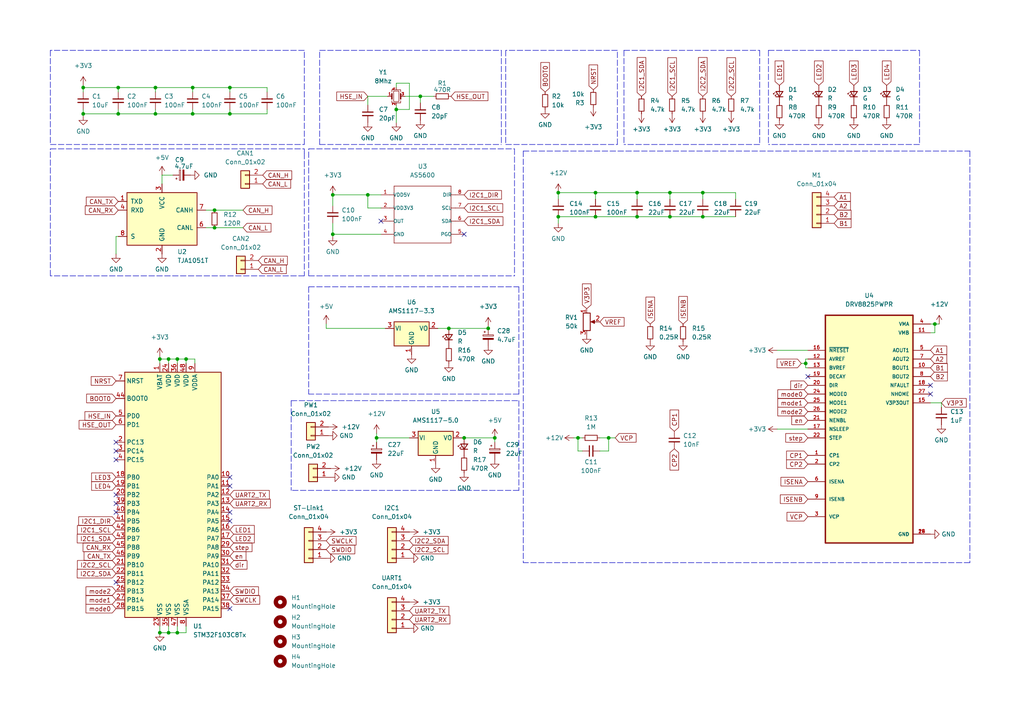
<source format=kicad_sch>
(kicad_sch (version 20211123) (generator eeschema)
  (paper "A4")
  (title_block (title "Closed-Loop Stepper Driver") (date "01/05/2022") (rev "0.2") (company "AI_Farm"))
  (junction (at 121.92 27.94))
  (junction (at 45.085 33.02))
  (junction (at 51.435 104.14))
  (junction (at 34.29 33.02))
  (junction (at 24.13 25.4))
  (junction (at 184.785 55.88))
  (junction (at 53.975 104.14))
  (junction (at 176.53 127))
  (junction (at 24.13 33.02))
  (junction (at 233.68 105.41))
  (junction (at 161.925 62.865))
  (junction (at 96.52 56.515))
  (junction (at 96.52 67.945))
  (junction (at 167.64 127))
  (junction (at 34.29 25.4))
  (junction (at 66.675 33.02))
  (junction (at 55.88 33.02))
  (junction (at 194.31 62.865))
  (junction (at 141.605 95.25))
  (junction (at 143.51 127))
  (junction (at 55.88 25.4))
  (junction (at 106.68 56.515))
  (junction (at 184.785 62.865))
  (junction (at 114.935 31.75))
  (junction (at 46.355 183.515))
  (junction (at 45.085 25.4))
  (junction (at 62.23 66.04))
  (junction (at 46.355 104.14))
  (junction (at 66.675 25.4))
  (junction (at 203.835 55.88))
  (junction (at 194.31 55.88))
  (junction (at 172.72 62.865))
  (junction (at 271.145 93.98))
  (junction (at 109.22 127))
  (junction (at 48.895 104.14))
  (junction (at 130.175 95.25))
  (junction (at 134.62 127))
  (junction (at 203.835 62.865))
  (junction (at 172.72 55.88))
  (junction (at 48.895 183.515))
  (junction (at 62.23 60.96))
  (junction (at 51.435 183.515))
  (junction (at 161.925 55.88))
  (no_connect (at 234.315 109.22))
  (no_connect (at 269.875 111.76))
  (no_connect (at 269.875 114.3))
  (no_connect (at 66.675 138.43))
  (no_connect (at 66.675 140.97))
  (no_connect (at 66.675 148.59))
  (no_connect (at 66.675 151.13))
  (no_connect (at 66.675 176.53))
  (no_connect (at 33.655 128.27))
  (no_connect (at 33.655 133.35))
  (no_connect (at 33.655 130.81))
  (no_connect (at 33.655 148.59))
  (no_connect (at 33.655 146.05))
  (no_connect (at 33.655 143.51))
  (no_connect (at 33.655 168.91))
  (no_connect (at 110.49 64.135))
  (no_connect (at 134.62 67.945))
  (polyline (pts (xy 92.71 41.91) (xy 92.71 14.605)))
  (polyline (pts (xy 149.225 43.18) (xy 149.225 80.01)))
  (wire (pts (xy 269.875 116.84) (xy 273.05 116.84)))
  (wire (pts (xy 176.53 130.81) (xy 176.53 127)))
  (wire (pts (xy 62.23 66.04) (xy 70.485 66.04)))
  (wire (pts (xy 110.49 60.325) (xy 106.68 60.325)))
  (wire (pts (xy 110.49 56.515) (xy 106.68 56.515)))
  (wire (pts (xy 66.675 33.02) (xy 77.47 33.02)))
  (wire (pts (xy 53.975 183.515) (xy 51.435 183.515)))
  (wire (pts (xy 114.935 25.4) (xy 114.935 24.13)))
  (wire (pts (xy 114.935 24.13) (xy 118.745 24.13)))
  (wire (pts (xy 161.925 62.865) (xy 172.72 62.865)))
  (polyline (pts (xy 281.305 43.815) (xy 281.305 163.195)))
  (polyline (pts (xy 88.265 80.01) (xy 14.605 80.01)))
  (wire (pts (xy 166.37 127) (xy 167.64 127)))
  (polyline (pts (xy 220.345 41.91) (xy 180.975 41.91)))
  (polyline (pts (xy 88.265 41.91) (xy 88.265 14.605)))
  (wire (pts (xy 33.655 68.58) (xy 33.655 73.66)))
  (wire (pts (xy 184.785 55.88) (xy 184.785 57.785)))
  (wire (pts (xy 45.085 31.75) (xy 45.085 33.02)))
  (wire (pts (xy 94.615 95.25) (xy 111.76 95.25)))
  (polyline (pts (xy 89.535 80.01) (xy 89.535 43.18)))
  (wire (pts (xy 59.69 60.96) (xy 62.23 60.96)))
  (wire (pts (xy 173.99 127) (xy 176.53 127)))
  (wire (pts (xy 96.52 64.77) (xy 96.52 67.945)))
  (wire (pts (xy 55.88 31.75) (xy 55.88 33.02)))
  (wire (pts (xy 55.88 25.4) (xy 66.675 25.4)))
  (wire (pts (xy 56.515 105.41) (xy 56.515 104.14)))
  (wire (pts (xy 114.935 30.48) (xy 114.935 31.75)))
  (wire (pts (xy 48.895 104.14) (xy 51.435 104.14)))
  (polyline (pts (xy 89.535 83.185) (xy 89.535 114.3)))
  (wire (pts (xy 46.355 181.61) (xy 46.355 183.515)))
  (wire (pts (xy 225.425 101.6) (xy 234.315 101.6)))
  (polyline (pts (xy 146.685 41.91) (xy 179.07 41.91)))
  (wire (pts (xy 55.88 25.4) (xy 55.88 26.67)))
  (wire (pts (xy 59.69 66.04) (xy 62.23 66.04)))
  (polyline (pts (xy 145.415 14.605) (xy 145.415 41.91)))
  (polyline (pts (xy 14.605 14.605) (xy 14.605 41.91)))
  (wire (pts (xy 66.675 31.75) (xy 66.675 33.02)))
  (polyline (pts (xy 151.765 43.815) (xy 151.765 163.195)))
  (polyline (pts (xy 266.7 14.605) (xy 266.7 41.91)))
  (wire (pts (xy 46.355 103.505) (xy 46.355 104.14)))
  (wire (pts (xy 168.91 130.81) (xy 167.64 130.81)))
  (wire (pts (xy 94.615 93.98) (xy 94.615 95.25)))
  (wire (pts (xy 118.745 127) (xy 109.22 127)))
  (wire (pts (xy 173.99 130.81) (xy 176.53 130.81)))
  (wire (pts (xy 234.315 104.14) (xy 233.68 104.14)))
  (wire (pts (xy 50.165 50.8) (xy 46.99 50.8)))
  (wire (pts (xy 34.29 25.4) (xy 45.085 25.4)))
  (wire (pts (xy 233.68 104.14) (xy 233.68 105.41)))
  (wire (pts (xy 34.29 33.02) (xy 45.085 33.02)))
  (wire (pts (xy 118.745 24.13) (xy 118.745 31.75)))
  (polyline (pts (xy 14.605 43.18) (xy 88.265 43.18)))
  (wire (pts (xy 134.62 127) (xy 143.51 127)))
  (wire (pts (xy 269.875 93.98) (xy 271.145 93.98)))
  (wire (pts (xy 24.13 33.02) (xy 24.13 33.655)))
  (wire (pts (xy 53.975 104.14) (xy 53.975 105.41)))
  (polyline (pts (xy 222.885 14.605) (xy 222.885 41.91)))
  (wire (pts (xy 112.395 27.94) (xy 106.68 27.94)))
  (wire (pts (xy 194.31 62.865) (xy 203.835 62.865)))
  (wire (pts (xy 77.47 31.75) (xy 77.47 33.02)))
  (wire (pts (xy 55.88 33.02) (xy 66.675 33.02)))
  (polyline (pts (xy 89.535 83.185) (xy 150.495 83.185)))
  (wire (pts (xy 53.975 181.61) (xy 53.975 183.515)))
  (polyline (pts (xy 146.685 14.605) (xy 146.685 41.91)))
  (polyline (pts (xy 180.975 14.605) (xy 220.345 14.605)))
  (wire (pts (xy 51.435 181.61) (xy 51.435 183.515)))
  (polyline (pts (xy 220.345 14.605) (xy 220.345 41.91)))
  (polyline (pts (xy 88.265 44.45) (xy 88.265 80.01)))
  (wire (pts (xy 46.355 104.14) (xy 48.895 104.14)))
  (wire (pts (xy 234.315 106.68) (xy 233.68 106.68)))
  (wire (pts (xy 46.99 50.8) (xy 46.99 53.34)))
  (wire (pts (xy 48.895 104.14) (xy 48.895 105.41)))
  (wire (pts (xy 130.175 95.25) (xy 141.605 95.25)))
  (wire (pts (xy 66.675 25.4) (xy 77.47 25.4)))
  (polyline (pts (xy 180.975 14.605) (xy 180.975 41.91)))
  (polyline (pts (xy 92.71 14.605) (xy 145.415 14.605)))
  (wire (pts (xy 45.085 33.02) (xy 55.88 33.02)))
  (polyline (pts (xy 88.265 14.605) (xy 14.605 14.605)))
  (polyline (pts (xy 92.71 41.91) (xy 145.415 41.91)))
  (polyline (pts (xy 14.605 41.91) (xy 88.265 41.91)))
  (wire (pts (xy 34.29 25.4) (xy 34.29 26.67)))
  (polyline (pts (xy 89.535 43.18) (xy 149.225 43.18)))
  (polyline (pts (xy 179.07 14.605) (xy 146.685 14.605)))
  (wire (pts (xy 45.085 25.4) (xy 45.085 26.67)))
  (wire (pts (xy 117.475 27.94) (xy 121.92 27.94)))
  (wire (pts (xy 167.64 130.81) (xy 167.64 127)))
  (wire (pts (xy 24.13 31.75) (xy 24.13 33.02)))
  (wire (pts (xy 106.68 60.325) (xy 106.68 56.515)))
  (wire (pts (xy 53.975 104.14) (xy 56.515 104.14)))
  (wire (pts (xy 24.13 33.02) (xy 34.29 33.02)))
  (polyline (pts (xy 281.305 163.195) (xy 151.765 163.195)))
  (wire (pts (xy 24.13 25.4) (xy 24.13 26.67)))
  (wire (pts (xy 269.875 96.52) (xy 271.145 96.52)))
  (wire (pts (xy 46.355 104.14) (xy 46.355 105.41)))
  (wire (pts (xy 110.49 67.945) (xy 96.52 67.945)))
  (wire (pts (xy 66.675 25.4) (xy 66.675 26.67)))
  (wire (pts (xy 203.835 55.88) (xy 213.36 55.88)))
  (wire (pts (xy 167.64 127) (xy 168.91 127)))
  (wire (pts (xy 51.435 104.14) (xy 51.435 105.41)))
  (wire (pts (xy 34.29 68.58) (xy 33.655 68.58)))
  (wire (pts (xy 48.895 181.61) (xy 48.895 183.515)))
  (wire (pts (xy 172.72 55.88) (xy 184.785 55.88)))
  (wire (pts (xy 127 95.25) (xy 130.175 95.25)))
  (wire (pts (xy 62.23 60.96) (xy 70.485 60.96)))
  (wire (pts (xy 106.68 27.94) (xy 106.68 30.48)))
  (wire (pts (xy 184.785 62.865) (xy 194.31 62.865)))
  (wire (pts (xy 96.52 56.515) (xy 96.52 59.69)))
  (wire (pts (xy 271.145 93.98) (xy 272.415 93.98)))
  (polyline (pts (xy 14.605 80.01) (xy 14.605 43.18)))
  (wire (pts (xy 143.51 128.27) (xy 143.51 127)))
  (wire (pts (xy 106.68 56.515) (xy 96.52 56.515)))
  (polyline (pts (xy 84.455 116.205) (xy 84.455 142.24)))
  (wire (pts (xy 161.925 55.88) (xy 161.925 57.785)))
  (wire (pts (xy 109.22 127) (xy 109.22 128.27)))
  (wire (pts (xy 24.13 24.765) (xy 24.13 25.4)))
  (wire (pts (xy 48.895 183.515) (xy 46.355 183.515)))
  (wire (pts (xy 109.22 127) (xy 109.22 125.73)))
  (polyline (pts (xy 89.535 80.01) (xy 149.225 80.01)))
  (wire (pts (xy 121.92 27.94) (xy 121.92 29.845)))
  (polyline (pts (xy 222.885 14.605) (xy 266.7 14.605)))
  (wire (pts (xy 121.92 27.94) (xy 125.73 27.94)))
  (wire (pts (xy 34.29 31.75) (xy 34.29 33.02)))
  (wire (pts (xy 273.05 116.84) (xy 273.05 118.11)))
  (wire (pts (xy 51.435 104.14) (xy 53.975 104.14)))
  (wire (pts (xy 114.935 31.75) (xy 114.935 35.56)))
  (wire (pts (xy 194.31 55.88) (xy 203.835 55.88)))
  (wire (pts (xy 213.36 55.88) (xy 213.36 57.785)))
  (wire (pts (xy 114.935 31.75) (xy 118.745 31.75)))
  (polyline (pts (xy 151.765 43.815) (xy 281.305 43.815)))
  (wire (pts (xy 233.68 105.41) (xy 232.41 105.41)))
  (polyline (pts (xy 88.265 43.18) (xy 88.265 44.45)))
  (wire (pts (xy 184.785 55.88) (xy 194.31 55.88)))
  (polyline (pts (xy 150.495 114.3) (xy 89.535 114.3)))
  (wire (pts (xy 172.72 55.88) (xy 172.72 57.785)))
  (wire (pts (xy 161.925 62.865) (xy 161.925 64.77)))
  (polyline (pts (xy 179.07 41.91) (xy 179.07 14.605)))
  (wire (pts (xy 24.13 25.4) (xy 34.29 25.4)))
  (wire (pts (xy 194.31 55.88) (xy 194.31 57.785)))
  (wire (pts (xy 172.72 62.865) (xy 184.785 62.865)))
  (polyline (pts (xy 150.495 142.24) (xy 84.455 142.24)))
  (polyline (pts (xy 150.495 83.185) (xy 150.495 114.3)))
  (wire (pts (xy 161.925 55.88) (xy 172.72 55.88)))
  (wire (pts (xy 133.985 127) (xy 134.62 127)))
  (polyline (pts (xy 266.7 41.91) (xy 222.885 41.91)))
  (wire (pts (xy 203.835 55.88) (xy 203.835 57.785)))
  (wire (pts (xy 141.605 94.615) (xy 141.605 95.25)))
  (polyline (pts (xy 150.495 116.205) (xy 150.495 142.24)))
  (wire (pts (xy 225.425 124.46) (xy 234.315 124.46)))
  (wire (pts (xy 51.435 183.515) (xy 48.895 183.515)))
  (wire (pts (xy 96.52 67.945) (xy 96.52 68.58)))
  (wire (pts (xy 203.835 62.865) (xy 213.36 62.865)))
  (wire (pts (xy 77.47 26.67) (xy 77.47 25.4)))
  (wire (pts (xy 271.145 96.52) (xy 271.145 93.98)))
  (polyline (pts (xy 84.455 116.205) (xy 150.495 116.205)))
  (wire (pts (xy 45.085 25.4) (xy 55.88 25.4)))
  (wire (pts (xy 176.53 127) (xy 178.435 127)))
  (wire (pts (xy 233.68 105.41) (xy 233.68 106.68)))
  (global_label "NRST" (shape input) (at 33.655 110.49 180) (property "Intersheet References" "${INTERSHEET_REFS}" (effects hide)))
  (global_label "I2C2_SCL" (shape input) (at 212.09 27.94 90) (property "Intersheet References" "${INTERSHEET_REFS}" (effects hide)))
  (global_label "LED3" (shape input) (at 33.655 138.43 180) (property "Intersheet References" "${INTERSHEET_REFS}" (effects hide)))
  (global_label "I2C1_DIR" (shape input) (at 33.655 151.13 180) (property "Intersheet References" "${INTERSHEET_REFS}" (effects hide)))
  (global_label "dir" (shape input) (at 234.315 111.76 180) (property "Intersheet References" "${INTERSHEET_REFS}" (effects hide)))
  (global_label "SWDIO" (shape input) (at 94.615 159.385 0) (property "Intersheet References" "${INTERSHEET_REFS}" (effects hide)))
  (global_label "mode0" (shape input) (at 234.315 114.3 180) (property "Intersheet References" "${INTERSHEET_REFS}" (effects hide)))
  (global_label "en" (shape input) (at 234.315 121.92 180) (property "Intersheet References" "${INTERSHEET_REFS}" (effects hide)))
  (global_label "CP2" (shape input) (at 234.315 134.62 180) (property "Intersheet References" "${INTERSHEET_REFS}" (effects hide)))
  (global_label "LED1" (shape input) (at 66.675 153.67 0) (property "Intersheet References" "${INTERSHEET_REFS}" (effects hide)))
  (global_label "I2C1_SCL" (shape input) (at 33.655 153.67 180) (property "Intersheet References" "${INTERSHEET_REFS}" (effects hide)))
  (global_label "step" (shape input) (at 66.675 158.75 0) (property "Intersheet References" "${INTERSHEET_REFS}" (effects hide)))
  (global_label "LED2" (shape input) (at 66.675 156.21 0) (property "Intersheet References" "${INTERSHEET_REFS}" (effects hide)))
  (global_label "HSE_OUT" (shape input) (at 130.81 27.94 0) (property "Intersheet References" "${INTERSHEET_REFS}" (effects hide)))
  (global_label "B2" (shape input) (at 241.935 62.23 0) (property "Intersheet References" "${INTERSHEET_REFS}" (effects hide)))
  (global_label "I2C1_SDA" (shape input) (at 134.62 64.135 0) (property "Intersheet References" "${INTERSHEET_REFS}" (effects hide)))
  (global_label "BOOT0" (shape input) (at 158.115 26.67 90) (property "Intersheet References" "${INTERSHEET_REFS}" (effects hide)))
  (global_label "CAN_H" (shape input) (at 74.93 75.565 0) (property "Intersheet References" "${INTERSHEET_REFS}" (effects hide)))
  (global_label "VREF" (shape input) (at 232.41 105.41 180) (property "Intersheet References" "${INTERSHEET_REFS}" (effects hide)))
  (global_label "LED4" (shape input) (at 33.655 140.97 180) (property "Intersheet References" "${INTERSHEET_REFS}" (effects hide)))
  (global_label "ISENB" (shape input) (at 198.12 93.98 90) (property "Intersheet References" "${INTERSHEET_REFS}" (effects hide)))
  (global_label "I2C2_SDA" (shape input) (at 203.835 27.94 90) (property "Intersheet References" "${INTERSHEET_REFS}" (effects hide)))
  (global_label "CAN_RX" (shape input) (at 34.29 60.96 180) (property "Intersheet References" "${INTERSHEET_REFS}" (effects hide)))
  (global_label "I2C1_SDA" (shape input) (at 186.055 27.94 90) (property "Intersheet References" "${INTERSHEET_REFS}" (effects hide)))
  (global_label "SWCLK" (shape input) (at 94.615 156.845 0) (property "Intersheet References" "${INTERSHEET_REFS}" (effects hide)))
  (global_label "I2C1_SCL" (shape input) (at 194.945 27.94 90) (property "Intersheet References" "${INTERSHEET_REFS}" (effects hide)))
  (global_label "dir" (shape input) (at 66.675 163.83 0) (property "Intersheet References" "${INTERSHEET_REFS}" (effects hide)))
  (global_label "SWDIO" (shape input) (at 66.675 171.45 0) (property "Intersheet References" "${INTERSHEET_REFS}" (effects hide)))
  (global_label "CAN_L" (shape input) (at 76.2 53.34 0) (property "Intersheet References" "${INTERSHEET_REFS}" (effects hide)))
  (global_label "CAN_H" (shape input) (at 70.485 60.96 0) (property "Intersheet References" "${INTERSHEET_REFS}" (effects hide)))
  (global_label "HSE_IN" (shape input) (at 106.68 27.94 180) (property "Intersheet References" "${INTERSHEET_REFS}" (effects hide)))
  (global_label "I2C2_SCL" (shape input) (at 118.745 159.385 0) (property "Intersheet References" "${INTERSHEET_REFS}" (effects hide)))
  (global_label "B1" (shape input) (at 269.875 106.68 0) (property "Intersheet References" "${INTERSHEET_REFS}" (effects hide)))
  (global_label "VCP" (shape input) (at 178.435 127 0) (property "Intersheet References" "${INTERSHEET_REFS}" (effects hide)))
  (global_label "V3P3" (shape input) (at 170.18 89.535 90) (property "Intersheet References" "${INTERSHEET_REFS}" (effects hide)))
  (global_label "LED3" (shape input) (at 247.65 24.765 90) (property "Intersheet References" "${INTERSHEET_REFS}" (effects hide)))
  (global_label "ISENA" (shape input) (at 188.595 93.98 90) (property "Intersheet References" "${INTERSHEET_REFS}" (effects hide)))
  (global_label "ISENA" (shape input) (at 234.315 139.7 180) (property "Intersheet References" "${INTERSHEET_REFS}" (effects hide)))
  (global_label "HSE_IN" (shape input) (at 33.655 120.65 180) (property "Intersheet References" "${INTERSHEET_REFS}" (effects hide)))
  (global_label "CAN_L" (shape input) (at 70.485 66.04 0) (property "Intersheet References" "${INTERSHEET_REFS}" (effects hide)))
  (global_label "CAN_RX" (shape input) (at 33.655 158.75 180) (property "Intersheet References" "${INTERSHEET_REFS}" (effects hide)))
  (global_label "I2C2_SCL" (shape input) (at 33.655 163.83 180) (property "Intersheet References" "${INTERSHEET_REFS}" (effects hide)))
  (global_label "mode2" (shape input) (at 234.315 119.38 180) (property "Intersheet References" "${INTERSHEET_REFS}" (effects hide)))
  (global_label "I2C1_DIR" (shape input) (at 134.62 56.515 0) (property "Intersheet References" "${INTERSHEET_REFS}" (effects hide)))
  (global_label "mode2" (shape input) (at 33.655 171.45 180) (property "Intersheet References" "${INTERSHEET_REFS}" (effects hide)))
  (global_label "B1" (shape input) (at 241.935 64.77 0) (property "Intersheet References" "${INTERSHEET_REFS}" (effects hide)))
  (global_label "UART2_TX" (shape input) (at 66.675 143.51 0) (property "Intersheet References" "${INTERSHEET_REFS}" (effects hide)))
  (global_label "I2C2_SDA" (shape input) (at 33.655 166.37 180) (property "Intersheet References" "${INTERSHEET_REFS}" (effects hide)))
  (global_label "LED4" (shape input) (at 257.175 24.765 90) (property "Intersheet References" "${INTERSHEET_REFS}" (effects hide)))
  (global_label "mode0" (shape input) (at 33.655 176.53 180) (property "Intersheet References" "${INTERSHEET_REFS}" (effects hide)))
  (global_label "UART2_RX" (shape input) (at 66.675 146.05 0) (property "Intersheet References" "${INTERSHEET_REFS}" (effects hide)))
  (global_label "CP2" (shape input) (at 195.58 130.175 270) (property "Intersheet References" "${INTERSHEET_REFS}" (effects hide)))
  (global_label "HSE_OUT" (shape input) (at 33.655 123.19 180) (property "Intersheet References" "${INTERSHEET_REFS}" (effects hide)))
  (global_label "step" (shape input) (at 234.315 127 180) (property "Intersheet References" "${INTERSHEET_REFS}" (effects hide)))
  (global_label "A2" (shape input) (at 241.935 59.69 0) (property "Intersheet References" "${INTERSHEET_REFS}" (effects hide)))
  (global_label "A1" (shape input) (at 241.935 57.15 0) (property "Intersheet References" "${INTERSHEET_REFS}" (effects hide)))
  (global_label "en" (shape input) (at 66.675 161.29 0) (property "Intersheet References" "${INTERSHEET_REFS}" (effects hide)))
  (global_label "NRST" (shape input) (at 172.085 26.035 90) (property "Intersheet References" "${INTERSHEET_REFS}" (effects hide)))
  (global_label "I2C1_SCL" (shape input) (at 134.62 60.325 0) (property "Intersheet References" "${INTERSHEET_REFS}" (effects hide)))
  (global_label "SWCLK" (shape input) (at 66.675 173.99 0) (property "Intersheet References" "${INTERSHEET_REFS}" (effects hide)))
  (global_label "CP1" (shape input) (at 195.58 125.095 90) (property "Intersheet References" "${INTERSHEET_REFS}" (effects hide)))
  (global_label "BOOT0" (shape input) (at 33.655 115.57 180) (property "Intersheet References" "${INTERSHEET_REFS}" (effects hide)))
  (global_label "mode1" (shape input) (at 234.315 116.84 180) (property "Intersheet References" "${INTERSHEET_REFS}" (effects hide)))
  (global_label "VREF" (shape input) (at 173.99 93.345 0) (property "Intersheet References" "${INTERSHEET_REFS}" (effects hide)))
  (global_label "CAN_TX" (shape input) (at 33.655 161.29 180) (property "Intersheet References" "${INTERSHEET_REFS}" (effects hide)))
  (global_label "UART2_TX" (shape input) (at 118.745 177.165 0) (property "Intersheet References" "${INTERSHEET_REFS}" (effects hide)))
  (global_label "A1" (shape input) (at 269.875 101.6 0) (property "Intersheet References" "${INTERSHEET_REFS}" (effects hide)))
  (global_label "CAN_L" (shape input) (at 74.93 78.105 0) (property "Intersheet References" "${INTERSHEET_REFS}" (effects hide)))
  (global_label "CAN_TX" (shape input) (at 34.29 58.42 180) (property "Intersheet References" "${INTERSHEET_REFS}" (effects hide)))
  (global_label "B2" (shape input) (at 269.875 109.22 0) (property "Intersheet References" "${INTERSHEET_REFS}" (effects hide)))
  (global_label "A2" (shape input) (at 269.875 104.14 0) (property "Intersheet References" "${INTERSHEET_REFS}" (effects hide)))
  (global_label "mode1" (shape input) (at 33.655 173.99 180) (property "Intersheet References" "${INTERSHEET_REFS}" (effects hide)))
  (global_label "I2C2_SDA" (shape input) (at 118.745 156.845 0) (property "Intersheet References" "${INTERSHEET_REFS}" (effects hide)))
  (global_label "CP1" (shape input) (at 234.315 132.08 180) (property "Intersheet References" "${INTERSHEET_REFS}" (effects hide)))
  (global_label "CAN_H" (shape input) (at 76.2 50.8 0) (property "Intersheet References" "${INTERSHEET_REFS}" (effects hide)))
  (global_label "LED2" (shape input) (at 237.49 24.765 90) (property "Intersheet References" "${INTERSHEET_REFS}" (effects hide)))
  (global_label "I2C1_SDA" (shape input) (at 33.655 156.21 180) (property "Intersheet References" "${INTERSHEET_REFS}" (effects hide)))
  (global_label "LED1" (shape input) (at 226.06 24.765 90) (property "Intersheet References" "${INTERSHEET_REFS}" (effects hide)))
  (global_label "UART2_RX" (shape input) (at 118.745 179.705 0) (property "Intersheet References" "${INTERSHEET_REFS}" (effects hide)))
  (global_label "VCP" (shape input) (at 234.315 149.86 180) (property "Intersheet References" "${INTERSHEET_REFS}" (effects hide)))
  (global_label "V3P3" (shape input) (at 273.05 116.84 0) (property "Intersheet References" "${INTERSHEET_REFS}" (effects hide)))
  (global_label "ISENB" (shape input) (at 234.315 144.78 180) (property "Intersheet References" "${INTERSHEET_REFS}" (effects hide)))
  (symbol (lib_id "power:+3.3V") (at 186.055 33.02 180) (unit 1)
    (property "Reference" "#PWR010" (effects hide))
    (property "Value" "+3.3V" (at 186.055 37.465 0))
  )
  (symbol (lib_id "Device:C_Polarized_Small") (at 109.22 130.81 0) (unit 1)
    (property "Reference" "C27" (at 112.395 128.9938 0) (effects (justify left)))
    (property "Value" "22uF" (at 112.395 131.5338 0) (effects (justify left)))
    (property "Footprint" "Capacitor_Tantalum_SMD:CP_EIA-3216-10_Kemet-I" (effects hide))
  )
  (symbol (lib_id "power:GND") (at 237.49 34.925 0) (unit 1)
    (property "Reference" "#PWR015" (effects hide))
    (property "Value" "GND" (at 237.49 39.37 0))
  )
  (symbol (lib_id "Device:LED_Small") (at 130.175 97.79 90) (unit 1)
    (property "Reference" "D5" (at 132.715 96.4564 90) (effects (justify right)))
    (property "Value" "R" (at 132.715 98.9964 90) (effects (justify right)))
    (property "Footprint" "LED_SMD:LED_0603_1608Metric" (effects hide))
  )
  (symbol (lib_id "Regulator_Linear:AMS1117-3.3") (at 119.38 95.25 0) (unit 1)
    (property "Reference" "U6" (at 119.38 87.63 0))
    (property "Value" "AMS1117-3.3" (at 119.38 90.17 0))
    (property "Footprint" "Package_TO_SOT_SMD:SOT-223-3_TabPin2" (effects hide))
    (property "Datasheet" "http://www.advanced-monolithic.com/pdf/ds1117.pdf" (effects hide))
  )
  (symbol (lib_id "power:GND") (at 130.175 105.41 0) (unit 1)
    (property "Reference" "#PWR043" (effects hide))
    (property "Value" "GND" (at 130.175 109.855 0))
  )
  (symbol (lib_id "power:+3.3V") (at 203.835 33.02 180) (unit 1)
    (property "Reference" "#PWR012" (effects hide))
    (property "Value" "+3.3V" (at 203.835 37.465 0))
  )
  (symbol (lib_id "power:+3.3V") (at 46.355 103.505 0) (unit 1)
    (property "Reference" "#PWR03" (effects hide))
    (property "Value" "+3.3V" (at 46.355 97.79 0))
  )
  (symbol (lib_id "power:+3.3V") (at 24.13 24.765 0) (unit 1)
    (property "Reference" "#PWR01" (effects hide))
    (property "Value" "+3.3V" (at 24.13 19.05 0))
  )
  (symbol (lib_id "power:+3.3V") (at 94.615 154.305 270) (unit 1)
    (property "Reference" "#PWR049" (effects hide))
    (property "Value" "+3.3V" (at 98.425 154.3049 90) (effects (justify left)))
  )
  (symbol (lib_id "Device:R_Small") (at 128.27 27.94 90) (unit 1)
    (property "Reference" "R1" (at 128.27 24.13 90))
    (property "Value" "470R" (at 128.27 26.035 90))
    (property "Footprint" "Resistor_SMD:R_0603_1608Metric" (effects hide))
  )
  (symbol (lib_id "power:+5V") (at 46.99 50.8 0) (unit 1)
    (property "Reference" "#PWR019" (effects hide))
    (property "Value" "+5V" (at 46.99 45.72 0))
  )
  (symbol (lib_id "power:GND") (at 273.05 123.19 0) (unit 1)
    (property "Reference" "#PWR031" (effects hide))
    (property "Value" "GND" (at 273.05 127.635 0))
  )
  (symbol (lib_id "power:GND") (at 119.38 102.87 0) (unit 1)
    (property "Reference" "#PWR042" (effects hide))
    (property "Value" "GND" (at 119.38 107.315 0))
  )
  (symbol (lib_id "Device:LED_Small") (at 134.62 129.54 90) (unit 1)
    (property "Reference" "D6" (at 137.16 128.2064 90) (effects (justify right)))
    (property "Value" "R" (at 137.16 130.7464 90) (effects (justify right)))
    (property "Footprint" "LED_SMD:LED_0603_1608Metric" (effects hide))
  )
  (symbol (lib_id "power:GND") (at 126.365 134.62 0) (unit 1)
    (property "Reference" "#PWR041" (effects hide))
    (property "Value" "GND" (at 126.365 139.065 0))
  )
  (symbol (lib_id "power:GND") (at 55.245 50.8 90) (unit 1)
    (property "Reference" "#PWR021" (effects hide))
    (property "Value" "GND" (at 59.055 50.7999 90) (effects (justify right)))
  )
  (symbol (lib_id "power:GND") (at 46.99 73.66 0) (unit 1)
    (property "Reference" "#PWR020" (effects hide))
    (property "Value" "GND" (at 46.99 78.105 0))
  )
  (symbol (lib_id "Device:C_Small") (at 34.29 29.21 0) (unit 1)
    (property "Reference" "C2" (at 36.83 27.9462 0) (effects (justify left)))
    (property "Value" "100nF" (at 36.83 30.4862 0) (effects (justify left)))
    (property "Footprint" "Capacitor_SMD:C_0603_1608Metric" (effects hide))
  )
  (symbol (lib_id "Device:C_Small") (at 203.835 60.325 0) (unit 1)
    (property "Reference" "C18" (at 207.01 59.0612 0) (effects (justify left)))
    (property "Value" "22uF" (at 207.01 61.6012 0) (effects (justify left)))
    (property "Footprint" "Capacitor_SMD:C_1206_3216Metric" (effects hide))
  )
  (symbol (lib_id "Connector_Generic:Conn_01x04") (at 89.535 159.385 180) (unit 1)
    (property "Reference" "ST-Link1" (at 89.535 147.32 0))
    (property "Value" "Conn_01x04" (at 89.535 149.86 0))
    (property "Footprint" "myCustomLibs:ConPadx04" (effects hide))
  )
  (symbol (lib_id "Device:R_Small") (at 198.12 96.52 0) (unit 1)
    (property "Reference" "R15" (at 200.66 95.2499 0) (effects (justify left)))
    (property "Value" "0.25R" (at 200.66 97.7899 0) (effects (justify left)))
    (property "Footprint" "Resistor_SMD:R_0805_2012Metric" (effects hide))
  )
  (symbol (lib_id "Device:C_Small") (at 45.085 29.21 0) (unit 1)
    (property "Reference" "C3" (at 47.625 27.9462 0) (effects (justify left)))
    (property "Value" "100nF" (at 47.625 30.4862 0) (effects (justify left)))
    (property "Footprint" "Capacitor_SMD:C_0603_1608Metric" (effects hide))
  )
  (symbol (lib_id "Device:C_Small") (at 24.13 29.21 0) (unit 1)
    (property "Reference" "C1" (at 26.67 27.9462 0) (effects (justify left)))
    (property "Value" "10uF" (at 26.67 30.4862 0) (effects (justify left)))
    (property "Footprint" "Capacitor_SMD:C_0805_2012Metric" (effects hide))
  )
  (symbol (lib_id "Device:R_Small") (at 158.115 29.21 0) (unit 1)
    (property "Reference" "R2" (at 160.02 27.9399 0) (effects (justify left)))
    (property "Value" "10k" (at 160.02 30.4799 0) (effects (justify left)))
    (property "Footprint" "Resistor_SMD:R_0603_1608Metric" (effects hide))
  )
  (symbol (lib_id "Mechanical:MountingHole") (at 81.28 186.055 0) (unit 1)
    (property "Reference" "H3" (at 84.455 184.7849 0) (effects (justify left)))
    (property "Value" "MountingHole" (at 84.455 187.3249 0) (effects (justify left)))
    (property "Footprint" "MountingHole:MountingHole_3mm_Pad" (effects hide))
  )
  (symbol (lib_id "Device:C_Polarized_Small") (at 143.51 130.81 0) (unit 1)
    (property "Reference" "C29" (at 146.685 128.9938 0) (effects (justify left)))
    (property "Value" "22uF" (at 146.685 131.5338 0) (effects (justify left)))
    (property "Footprint" "Capacitor_Tantalum_SMD:CP_EIA-3216-10_Kemet-I" (effects hide))
  )
  (symbol (lib_id "power:GND") (at 94.615 161.925 90) (unit 1)
    (property "Reference" "#PWR050" (effects hide))
    (property "Value" "GND" (at 97.79 161.9249 90) (effects (justify right)))
  )
  (symbol (lib_id "MCU_ST_STM32F1:STM32F103C8Tx") (at 51.435 143.51 0) (unit 1)
    (property "Reference" "U1" (at 55.9944 181.61 0) (effects (justify left)))
    (property "Value" "STM32F103C8Tx" (at 55.9944 184.15 0) (effects (justify left)))
    (property "Footprint" "Package_QFP:LQFP-48_7x7mm_P0.5mm" (effects hide))
    (property "Datasheet" "http://www.st.com/st-web-ui/static/active/en/resource/technical/document/datasheet/CD00161566.pdf" (effects hide))
  )
  (symbol (lib_id "power:+3.3V") (at 212.09 33.02 180) (unit 1)
    (property "Reference" "#PWR013" (effects hide))
    (property "Value" "+3.3V" (at 212.09 37.465 0))
  )
  (symbol (lib_id "power:GND") (at 118.745 161.925 90) (unit 1)
    (property "Reference" "#PWR052" (effects hide))
    (property "Value" "GND" (at 121.92 161.9249 90) (effects (justify right)))
  )
  (symbol (lib_id "Device:C_Small") (at 172.72 60.325 0) (unit 1)
    (property "Reference" "C15" (at 175.895 59.0612 0) (effects (justify left)))
    (property "Value" "100nF" (at 175.895 61.6012 0) (effects (justify left)))
    (property "Footprint" "Capacitor_SMD:C_0603_1608Metric" (effects hide))
  )
  (symbol (lib_id "power:GND") (at 134.62 137.16 0) (unit 1)
    (property "Reference" "#PWR0101" (effects hide))
    (property "Value" "GND" (at 134.62 141.605 0))
  )
  (symbol (lib_id "DRV8825PWPR:DRV8825PWPR") (at 252.095 124.46 0) (unit 1)
    (property "Reference" "U4" (at 252.095 85.725 0))
    (property "Value" "DRV8825PWPR" (at 252.095 88.265 0))
    (property "Footprint" "DRV8825PWPR:IC_TPS61196PWPRQ1" (effects hide))
  )
  (symbol (lib_id "Device:C_Small") (at 55.88 29.21 0) (unit 1)
    (property "Reference" "C4" (at 58.42 27.9462 0) (effects (justify left)))
    (property "Value" "100nF" (at 58.42 30.4862 0) (effects (justify left)))
    (property "Footprint" "Capacitor_SMD:C_0603_1608Metric" (effects hide))
  )
  (symbol (lib_id "Connector_Generic:Conn_01x02") (at 69.85 78.105 180) (unit 1)
    (property "Reference" "CAN2" (at 69.85 69.215 0))
    (property "Value" "Conn_01x02" (at 69.85 71.755 0))
    (property "Footprint" "myCustomLibs:ConPadx02_small" (effects hide))
  )
  (symbol (lib_id "power:GND") (at 198.12 99.06 0) (unit 1)
    (property "Reference" "#PWR026" (effects hide))
    (property "Value" "GND" (at 198.12 103.505 0))
  )
  (symbol (lib_id "power:+5V") (at 143.51 127 0) (unit 1)
    (property "Reference" "#PWR044" (effects hide))
    (property "Value" "+5V" (at 143.51 121.92 0))
  )
  (symbol (lib_id "power:GND") (at 95.885 138.43 90) (unit 1)
    (property "Reference" "#PWR048" (effects hide))
    (property "Value" "GND" (at 99.06 138.4299 90) (effects (justify right)))
  )
  (symbol (lib_id "power:+3.3V") (at 118.745 174.625 270) (unit 1)
    (property "Reference" "#PWR053" (effects hide))
    (property "Value" "+3.3V" (at 122.555 174.6249 90) (effects (justify left)))
  )
  (symbol (lib_id "Device:C_Polarized_Small") (at 52.705 50.8 90) (unit 1)
    (property "Reference" "C9" (at 52.07 46.355 90))
    (property "Value" "4.7uF" (at 53.34 48.26 90))
    (property "Footprint" "Capacitor_Tantalum_SMD:CP_EIA-3216-10_Kemet-I" (effects hide))
  )
  (symbol (lib_id "power:+3.3V") (at 225.425 101.6 90) (unit 1)
    (property "Reference" "#PWR027" (effects hide))
    (property "Value" "+3.3V" (at 222.25 101.5999 90) (effects (justify left)))
  )
  (symbol (lib_id "power:+12V") (at 109.22 125.73 0) (unit 1)
    (property "Reference" "#PWR035" (effects hide))
    (property "Value" "+12V" (at 109.22 120.015 0))
  )
  (symbol (lib_id "power:GND") (at 109.22 133.35 0) (unit 1)
    (property "Reference" "#PWR038" (effects hide))
    (property "Value" "GND" (at 109.22 137.795 0))
  )
  (symbol (lib_id "power:+12V") (at 161.925 55.88 0) (unit 1)
    (property "Reference" "#PWR032" (effects hide))
    (property "Value" "+12V" (at 161.925 50.165 0))
  )
  (symbol (lib_id "power:GND") (at 118.745 182.245 90) (unit 1)
    (property "Reference" "#PWR054" (effects hide))
    (property "Value" "GND" (at 121.92 182.2449 90) (effects (justify right)))
  )
  (symbol (lib_id "power:+3.3V") (at 96.52 56.515 0) (unit 1)
    (property "Reference" "#PWR022" (effects hide))
    (property "Value" "+3.3V" (at 96.52 50.8 0))
  )
  (symbol (lib_id "power:GND") (at 95.25 126.365 90) (unit 1)
    (property "Reference" "#PWR046" (effects hide))
    (property "Value" "GND" (at 98.425 126.3649 90) (effects (justify right)))
  )
  (symbol (lib_id "Device:R_Small") (at 203.835 30.48 0) (unit 1)
    (property "Reference" "R6" (at 206.375 29.2099 0) (effects (justify left)))
    (property "Value" "4.7k" (at 206.375 31.7499 0) (effects (justify left)))
    (property "Footprint" "Resistor_SMD:R_0603_1608Metric" (effects hide))
  )
  (symbol (lib_id "Device:C_Small") (at 77.47 29.21 0) (unit 1)
    (property "Reference" "C6" (at 80.01 27.9462 0) (effects (justify left)))
    (property "Value" "100nF" (at 80.01 30.4862 0) (effects (justify left)))
    (property "Footprint" "Capacitor_SMD:C_0603_1608Metric" (effects hide))
  )
  (symbol (lib_id "power:+5V") (at 94.615 93.98 0) (unit 1)
    (property "Reference" "#PWR037" (effects hide))
    (property "Value" "+5V" (at 94.615 88.9 0))
  )
  (symbol (lib_id "Device:LED_Small") (at 257.175 27.305 90) (unit 1)
    (property "Reference" "D4" (at 259.715 25.9714 90) (effects (justify right)))
    (property "Value" "G" (at 259.715 28.5114 90) (effects (justify right)))
    (property "Footprint" "LED_SMD:LED_0603_1608Metric" (effects hide))
  )
  (symbol (lib_id "power:+12V") (at 95.25 123.825 270) (unit 1)
    (property "Reference" "#PWR036" (effects hide))
    (property "Value" "+12V" (at 99.06 123.8249 90) (effects (justify left)))
  )
  (symbol (lib_id "Connector_Generic:Conn_01x04") (at 113.665 179.705 180) (unit 1)
    (property "Reference" "UART1" (at 113.665 167.64 0))
    (property "Value" "Conn_01x04" (at 113.665 170.18 0))
    (property "Footprint" "myCustomLibs:ConPadx04" (effects hide))
  )
  (symbol (lib_id "power:+12V") (at 166.37 127 90) (unit 1)
    (property "Reference" "#PWR024" (effects hide))
    (property "Value" "+12V" (at 158.115 127 90) (effects (justify right)))
  )
  (symbol (lib_id "power:GND") (at 96.52 68.58 0) (unit 1)
    (property "Reference" "#PWR023" (effects hide))
    (property "Value" "GND" (at 96.52 73.025 0))
  )
  (symbol (lib_id "Device:R_Small") (at 212.09 30.48 0) (unit 1)
    (property "Reference" "R7" (at 214.63 29.2099 0) (effects (justify left)))
    (property "Value" "4.7k" (at 214.63 31.7499 0) (effects (justify left)))
    (property "Footprint" "Resistor_SMD:R_0603_1608Metric" (effects hide))
  )
  (symbol (lib_id "Device:LED_Small") (at 226.06 27.305 90) (unit 1)
    (property "Reference" "D1" (at 228.6 25.9714 90) (effects (justify right)))
    (property "Value" "R" (at 228.6 28.5114 90) (effects (justify right)))
    (property "Footprint" "LED_SMD:LED_0603_1608Metric" (effects hide))
  )
  (symbol (lib_id "Device:C_Polarized_Small") (at 141.605 97.79 0) (unit 1)
    (property "Reference" "C28" (at 144.145 95.9738 0) (effects (justify left)))
    (property "Value" "4.7uF" (at 144.145 98.5138 0) (effects (justify left)))
    (property "Footprint" "Capacitor_Tantalum_SMD:CP_EIA-3216-10_Kemet-I" (effects hide))
  )
  (symbol (lib_id "Device:C_Small") (at 273.05 120.65 0) (unit 1)
    (property "Reference" "C13" (at 275.59 119.3862 0) (effects (justify left)))
    (property "Value" "1uF" (at 275.59 121.9262 0) (effects (justify left)))
    (property "Footprint" "Capacitor_SMD:C_0603_1608Metric" (effects hide))
  )
  (symbol (lib_id "Device:R_Small") (at 194.945 30.48 0) (unit 1)
    (property "Reference" "R5" (at 197.485 29.2099 0) (effects (justify left)))
    (property "Value" "4.7k" (at 197.485 31.7499 0) (effects (justify left)))
    (property "Footprint" "Resistor_SMD:R_0603_1608Metric" (effects hide))
  )
  (symbol (lib_id "Connector_Generic:Conn_01x04") (at 113.665 159.385 180) (unit 1)
    (property "Reference" "I2C1" (at 113.665 147.32 0))
    (property "Value" "Conn_01x04" (at 113.665 149.86 0))
    (property "Footprint" "myCustomLibs:ConPadx04" (effects hide))
  )
  (symbol (lib_id "Device:R_Small") (at 257.175 32.385 0) (unit 1)
    (property "Reference" "R11" (at 259.715 31.1149 0) (effects (justify left)))
    (property "Value" "470R" (at 259.715 33.6549 0) (effects (justify left)))
    (property "Footprint" "Resistor_SMD:R_0603_1608Metric" (effects hide))
  )
  (symbol (lib_id "Mechanical:MountingHole") (at 81.28 180.34 0) (unit 1)
    (property "Reference" "H2" (at 84.455 179.0699 0) (effects (justify left)))
    (property "Value" "MountingHole" (at 84.455 181.6099 0) (effects (justify left)))
    (property "Footprint" "MountingHole:MountingHole_3mm_Pad" (effects hide))
  )
  (symbol (lib_id "power:GND") (at 188.595 99.06 0) (unit 1)
    (property "Reference" "#PWR025" (effects hide))
    (property "Value" "GND" (at 188.595 103.505 0))
  )
  (symbol (lib_id "power:GND") (at 170.18 97.155 0) (unit 1)
    (property "Reference" "#PWR034" (effects hide))
    (property "Value" "GND" (at 170.18 101.6 0))
  )
  (symbol (lib_id "Device:Crystal_GND24_Small") (at 114.935 27.94 0) (unit 1)
    (property "Reference" "Y1" (at 111.125 20.955 0))
    (property "Value" "8Mhz" (at 111.125 23.495 0))
    (property "Footprint" "Crystal:Crystal_SMD_3225-4Pin_3.2x2.5mm" (effects hide))
  )
  (symbol (lib_id "Device:R_Small") (at 247.65 32.385 0) (unit 1)
    (property "Reference" "R10" (at 250.19 31.1149 0) (effects (justify left)))
    (property "Value" "470R" (at 250.19 33.6549 0) (effects (justify left)))
    (property "Footprint" "Resistor_SMD:R_0603_1608Metric" (effects hide))
  )
  (symbol (lib_id "power:GND") (at 121.92 34.925 0) (unit 1)
    (property "Reference" "#PWR07" (effects hide))
    (property "Value" "GND" (at 121.92 39.37 0))
  )
  (symbol (lib_id "Device:R_Potentiometer") (at 170.18 93.345 0) (unit 1)
    (property "Reference" "RV1" (at 167.64 92.0749 0) (effects (justify right)))
    (property "Value" "50k" (at 167.64 94.6149 0) (effects (justify right)))
    (property "Footprint" "Potentiometer_SMD:Potentiometer_Bourns_TC33X_Vertical" (effects hide))
  )
  (symbol (lib_id "power:GND") (at 257.175 34.925 0) (unit 1)
    (property "Reference" "#PWR017" (effects hide))
    (property "Value" "GND" (at 257.175 39.37 0))
  )
  (symbol (lib_id "Device:C_Small") (at 161.925 60.325 0) (unit 1)
    (property "Reference" "C14" (at 165.1 59.0612 0) (effects (justify left)))
    (property "Value" "100nF" (at 165.1 61.6012 0) (effects (justify left)))
    (property "Footprint" "Capacitor_SMD:C_0603_1608Metric" (effects hide))
  )
  (symbol (lib_id "Device:R_Small") (at 188.595 96.52 0) (unit 1)
    (property "Reference" "R14" (at 191.135 95.2499 0) (effects (justify left)))
    (property "Value" "0.25R" (at 191.135 97.7899 0) (effects (justify left)))
    (property "Footprint" "Resistor_SMD:R_0805_2012Metric" (effects hide))
  )
  (symbol (lib_id "power:+12V") (at 95.885 135.89 270) (unit 1)
    (property "Reference" "#PWR047" (effects hide))
    (property "Value" "+12V" (at 99.695 135.8899 90) (effects (justify left)))
  )
  (symbol (lib_id "Connector_Generic:Conn_01x04") (at 236.855 62.23 180) (unit 1)
    (property "Reference" "M1" (at 236.855 50.8 0))
    (property "Value" "Conn_01x04" (at 236.855 53.34 0))
    (property "Footprint" "myCustomLibs:ConPadx04" (effects hide))
  )
  (symbol (lib_id "power:+3.3V") (at 194.945 33.02 180) (unit 1)
    (property "Reference" "#PWR011" (effects hide))
    (property "Value" "+3.3V" (at 194.945 37.465 0))
  )
  (symbol (lib_id "Device:C_Small") (at 194.31 60.325 0) (unit 1)
    (property "Reference" "C17" (at 196.85 59.0612 0) (effects (justify left)))
    (property "Value" "22uF" (at 196.85 61.6012 0) (effects (justify left)))
    (property "Footprint" "Capacitor_SMD:C_1206_3216Metric" (effects hide))
  )
  (symbol (lib_id "power:GND") (at 269.875 154.94 90) (unit 1)
    (property "Reference" "#PWR029" (effects hide))
    (property "Value" "GND" (at 273.05 154.9399 90) (effects (justify right)))
  )
  (symbol (lib_id "power:GND") (at 226.06 34.925 0) (unit 1)
    (property "Reference" "#PWR014" (effects hide))
    (property "Value" "GND" (at 226.06 39.37 0))
  )
  (symbol (lib_id "power:+3.3V") (at 141.605 94.615 0) (unit 1)
    (property "Reference" "#PWR039" (effects hide))
    (property "Value" "+3.3V" (at 141.605 88.9 0))
  )
  (symbol (lib_id "power:GND") (at 24.13 33.655 0) (unit 1)
    (property "Reference" "#PWR02" (effects hide))
    (property "Value" "GND" (at 24.13 38.1 0))
  )
  (symbol (lib_id "Device:LED_Small") (at 247.65 27.305 90) (unit 1)
    (property "Reference" "D3" (at 250.19 25.9714 90) (effects (justify right)))
    (property "Value" "G" (at 250.19 28.5114 90) (effects (justify right)))
    (property "Footprint" "LED_SMD:LED_0603_1608Metric" (effects hide))
  )
  (symbol (lib_id "power:+12V") (at 272.415 93.98 0) (unit 1)
    (property "Reference" "#PWR030" (effects hide))
    (property "Value" "+12V" (at 272.415 88.265 0))
  )
  (symbol (lib_id "Device:R_Small") (at 186.055 30.48 0) (unit 1)
    (property "Reference" "R4" (at 188.595 29.2099 0) (effects (justify left)))
    (property "Value" "4.7k" (at 188.595 31.7499 0) (effects (justify left)))
    (property "Footprint" "Resistor_SMD:R_0603_1608Metric" (effects hide))
  )
  (symbol (lib_id "Device:C_Small") (at 121.92 32.385 0) (unit 1)
    (property "Reference" "C8" (at 125.095 31.1212 0) (effects (justify left)))
    (property "Value" "20pF" (at 125.095 33.6612 0) (effects (justify left)))
    (property "Footprint" "Capacitor_SMD:C_0603_1608Metric" (effects hide))
  )
  (symbol (lib_id "Device:R_Small") (at 226.06 32.385 0) (unit 1)
    (property "Reference" "R8" (at 228.6 31.1149 0) (effects (justify left)))
    (property "Value" "470R" (at 228.6 33.6549 0) (effects (justify left)))
    (property "Footprint" "Resistor_SMD:R_0603_1608Metric" (effects hide))
  )
  (symbol (lib_id "power:GND") (at 143.51 133.35 0) (unit 1)
    (property "Reference" "#PWR045" (effects hide))
    (property "Value" "GND" (at 143.51 137.795 0))
  )
  (symbol (lib_id "Device:C_Small") (at 184.785 60.325 0) (unit 1)
    (property "Reference" "C16" (at 187.96 59.0612 0) (effects (justify left)))
    (property "Value" "22uF" (at 187.96 61.6012 0) (effects (justify left)))
    (property "Footprint" "Capacitor_SMD:C_1206_3216Metric" (effects hide))
  )
  (symbol (lib_id "Device:C_Small") (at 96.52 62.23 0) (unit 1)
    (property "Reference" "C10" (at 99.06 60.9662 0) (effects (justify left)))
    (property "Value" "100nF" (at 99.06 63.5062 0) (effects (justify left)))
    (property "Footprint" "Capacitor_SMD:C_0603_1608Metric" (effects hide))
  )
  (symbol (lib_id "power:GND") (at 247.65 34.925 0) (unit 1)
    (property "Reference" "#PWR016" (effects hide))
    (property "Value" "GND" (at 247.65 39.37 0))
  )
  (symbol (lib_id "Device:LED_Small") (at 237.49 27.305 90) (unit 1)
    (property "Reference" "D2" (at 240.03 25.9714 90) (effects (justify right)))
    (property "Value" "R" (at 240.03 28.5114 90) (effects (justify right)))
    (property "Footprint" "LED_SMD:LED_0603_1608Metric" (effects hide))
  )
  (symbol (lib_id "power:GND") (at 158.115 31.75 0) (unit 1)
    (property "Reference" "#PWR08" (effects hide))
    (property "Value" "GND" (at 158.115 36.195 0))
  )
  (symbol (lib_id "power:GND") (at 161.925 64.77 0) (unit 1)
    (property "Reference" "#PWR033" (effects hide))
    (property "Value" "GND" (at 161.925 69.215 0))
  )
  (symbol (lib_id "Device:C_Small") (at 171.45 130.81 90) (unit 1)
    (property "Reference" "C11" (at 171.45 133.985 90))
    (property "Value" "100nF" (at 171.45 136.525 90))
    (property "Footprint" "Capacitor_SMD:C_0603_1608Metric" (effects hide))
  )
  (symbol (lib_id "Mechanical:MountingHole") (at 81.28 191.77 0) (unit 1)
    (property "Reference" "H4" (at 84.455 190.4999 0) (effects (justify left)))
    (property "Value" "MountingHole" (at 84.455 193.0399 0) (effects (justify left)))
    (property "Footprint" "MountingHole:MountingHole_3mm_Pad" (effects hide))
  )
  (symbol (lib_id "Regulator_Linear:AMS1117-5.0") (at 126.365 127 0) (unit 1)
    (property "Reference" "U5" (at 126.365 119.38 0))
    (property "Value" "AMS1117-5.0" (at 126.365 121.92 0))
    (property "Footprint" "Package_TO_SOT_SMD:SOT-223-3_TabPin2" (effects hide))
    (property "Datasheet" "http://www.advanced-monolithic.com/pdf/ds1117.pdf" (effects hide))
  )
  (symbol (lib_id "power:+3.3V") (at 118.745 154.305 270) (unit 1)
    (property "Reference" "#PWR051" (effects hide))
    (property "Value" "+3.3V" (at 122.555 154.3049 90) (effects (justify left)))
  )
  (symbol (lib_id "Device:R_Small") (at 237.49 32.385 0) (unit 1)
    (property "Reference" "R9" (at 240.03 31.1149 0) (effects (justify left)))
    (property "Value" "470R" (at 240.03 33.6549 0) (effects (justify left)))
    (property "Footprint" "Resistor_SMD:R_0603_1608Metric" (effects hide))
  )
  (symbol (lib_id "Device:R_Small") (at 134.62 134.62 0) (unit 1)
    (property "Reference" "R17" (at 137.16 133.3499 0) (effects (justify left)))
    (property "Value" "470R" (at 136.525 135.89 0) (effects (justify left)))
    (property "Footprint" "Resistor_SMD:R_0603_1608Metric" (effects hide))
  )
  (symbol (lib_id "power:GND") (at 46.355 183.515 0) (unit 1)
    (property "Reference" "#PWR04" (effects hide))
    (property "Value" "GND" (at 46.355 187.96 0))
  )
  (symbol (lib_id "Connector_Generic:Conn_01x02") (at 90.805 138.43 180) (unit 1)
    (property "Reference" "PW2" (at 90.805 129.54 0))
    (property "Value" "Conn_01x02" (at 90.805 132.08 0))
    (property "Footprint" "myCustomLibs:ConPadx02" (effects hide))
  )
  (symbol (lib_id "Device:C_Small") (at 213.36 60.325 0) (unit 1)
    (property "Reference" "C19" (at 215.9 59.0612 0) (effects (justify left)))
    (property "Value" "22uF" (at 215.9 61.6012 0) (effects (justify left)))
    (property "Footprint" "Capacitor_SMD:C_1206_3216Metric" (effects hide))
  )
  (symbol (lib_id "power:GND") (at 114.935 35.56 0) (unit 1)
    (property "Reference" "#PWR06" (effects hide))
    (property "Value" "GND" (at 114.935 40.005 0))
  )
  (symbol (lib_id "Device:R_Small") (at 171.45 127 90) (unit 1)
    (property "Reference" "R13" (at 171.45 121.285 90))
    (property "Value" "1M" (at 171.45 123.825 90))
    (property "Footprint" "Resistor_SMD:R_0603_1608Metric" (effects hide))
  )
  (symbol (lib_id "power:+3.3V") (at 172.085 31.115 180) (unit 1)
    (property "Reference" "#PWR09" (effects hide))
    (property "Value" "+3.3V" (at 172.085 36.83 0))
  )
  (symbol (lib_id "power:GND") (at 106.68 35.56 0) (unit 1)
    (property "Reference" "#PWR05" (effects hide))
    (property "Value" "GND" (at 106.68 40.005 0))
  )
  (symbol (lib_id "Interface_CAN_LIN:TJA1051T") (at 46.99 63.5 0) (unit 1)
    (property "Reference" "U2" (at 51.435 73.025 0) (effects (justify left)))
    (property "Value" "TJA1051T" (at 51.435 75.565 0) (effects (justify left)))
    (property "Footprint" "Package_SO:SOIC-8_3.9x4.9mm_P1.27mm" (effects hide))
    (property "Datasheet" "http://www.nxp.com/documents/data_sheet/TJA1051.pdf" (effects hide))
  )
  (symbol (lib_id "Device:C_Small") (at 195.58 127.635 0) (unit 1)
    (property "Reference" "C12" (at 198.12 126.3712 0) (effects (justify left)))
    (property "Value" "10nF" (at 198.12 128.9112 0) (effects (justify left)))
    (property "Footprint" "Capacitor_SMD:C_0603_1608Metric" (effects hide))
  )
  (symbol (lib_id "power:GND") (at 33.655 73.66 0) (unit 1)
    (property "Reference" "#PWR018" (effects hide))
    (property "Value" "GND" (at 33.655 78.105 0))
  )
  (symbol (lib_id "Connector_Generic:Conn_01x02") (at 90.17 126.365 180) (unit 1)
    (property "Reference" "PW1" (at 90.17 117.475 0))
    (property "Value" "Conn_01x02" (at 90.17 120.015 0))
    (property "Footprint" "myCustomLibs:ConPadx02" (effects hide))
  )
  (symbol (lib_id "power:GND") (at 141.605 100.33 0) (unit 1)
    (property "Reference" "#PWR040" (effects hide))
    (property "Value" "GND" (at 141.605 104.775 0))
  )
  (symbol (lib_id "power:+3.3V") (at 225.425 124.46 90) (unit 1)
    (property "Reference" "#PWR028" (effects hide))
    (property "Value" "+3.3V" (at 222.25 124.4599 90) (effects (justify left)))
  )
  (symbol (lib_id "Connector_Generic:Conn_01x02") (at 71.12 53.34 180) (unit 1)
    (property "Reference" "CAN1" (at 71.12 44.45 0))
    (property "Value" "Conn_01x02" (at 71.12 46.99 0))
    (property "Footprint" "myCustomLibs:ConPadx02_small" (effects hide))
  )
  (symbol (lib_id "AS5600:AS5600") (at 121.92 62.865 0) (unit 1)
    (property "Reference" "U3" (at 122.555 48.26 0))
    (property "Value" "AS5600" (at 122.555 50.8 0))
    (property "Footprint" "Package_SO:SOIC-8_3.9x4.9mm_P1.27mm" (effects hide))
  )
  (symbol (lib_id "Mechanical:MountingHole") (at 81.28 174.625 0) (unit 1)
    (property "Reference" "H1" (at 84.455 173.3549 0) (effects (justify left)))
    (property "Value" "MountingHole" (at 84.455 175.8949 0) (effects (justify left)))
    (property "Footprint" "MountingHole:MountingHole_3mm_Pad" (effects hide))
  )
  (symbol (lib_id "Device:R_Small") (at 130.175 102.87 0) (unit 1)
    (property "Reference" "R16" (at 132.715 101.5999 0) (effects (justify left)))
    (property "Value" "470R" (at 132.715 104.1399 0) (effects (justify left)))
    (property "Footprint" "Resistor_SMD:R_0603_1608Metric" (effects hide))
  )
  (symbol (lib_id "Device:C_Small") (at 106.68 33.02 0) (unit 1)
    (property "Reference" "C7" (at 109.855 31.7562 0) (effects (justify left)))
    (property "Value" "20pF" (at 109.855 34.2962 0) (effects (justify left)))
    (property "Footprint" "Capacitor_SMD:C_0603_1608Metric" (effects hide))
  )
  (symbol (lib_id "Device:R_Small") (at 172.085 28.575 180) (unit 1)
    (property "Reference" "R3" (at 169.545 29.8451 0) (effects (justify left)))
    (property "Value" "10k" (at 169.545 27.3051 0) (effects (justify left)))
    (property "Footprint" "Resistor_SMD:R_0603_1608Metric" (effects hide))
  )
  (symbol (lib_id "Device:R_Small") (at 62.23 63.5 0) (unit 1)
    (property "Reference" "R12" (at 64.77 62.2299 0) (effects (justify left)))
    (property "Value" "120R" (at 64.77 64.7699 0) (effects (justify left)))
    (property "Footprint" "Resistor_SMD:R_0603_1608Metric" (effects hide))
  )
  (symbol (lib_id "Device:C_Small") (at 66.675 29.21 0) (unit 1)
    (property "Reference" "C5" (at 69.215 27.9462 0) (effects (justify left)))
    (property "Value" "100nF" (at 69.215 30.4862 0) (effects (justify left)))
    (property "Footprint" "Capacitor_SMD:C_0603_1608Metric" (effects hide))
  )
)
</source>
